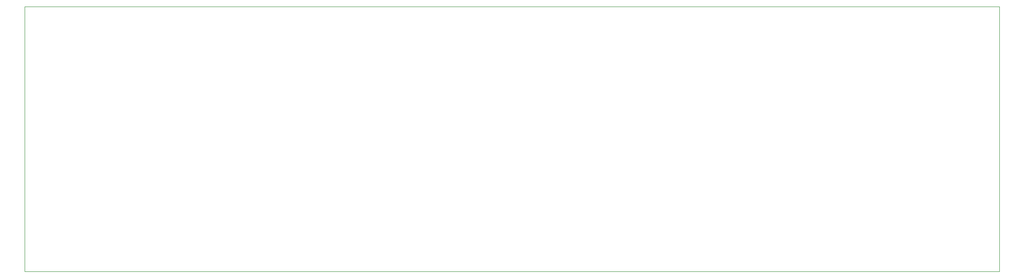
<source format=gbr>
G04 #@! TF.GenerationSoftware,KiCad,Pcbnew,5.1.5*
G04 #@! TF.CreationDate,2020-04-28T21:46:35+02:00*
G04 #@! TF.ProjectId,backplane,6261636b-706c-4616-9e65-2e6b69636164,rev?*
G04 #@! TF.SameCoordinates,Original*
G04 #@! TF.FileFunction,Profile,NP*
%FSLAX46Y46*%
G04 Gerber Fmt 4.6, Leading zero omitted, Abs format (unit mm)*
G04 Created by KiCad (PCBNEW 5.1.5) date 2020-04-28 21:46:35*
%MOMM*%
%LPD*%
G04 APERTURE LIST*
%ADD10C,0.050000*%
G04 APERTURE END LIST*
D10*
X239500000Y-31500000D02*
X239500000Y-82500000D01*
X52000000Y-82500000D02*
X239500000Y-82500000D01*
X52000000Y-31500000D02*
X52000000Y-82500000D01*
X52000000Y-31500000D02*
X239500000Y-31500000D01*
M02*

</source>
